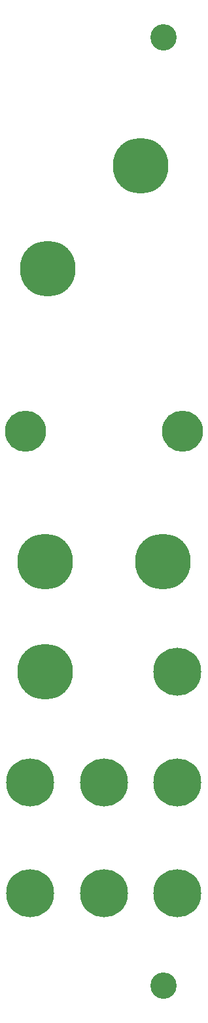
<source format=gts>
G04 EAGLE Gerber RS-274X export*
G75*
%MOMM*%
%FSLAX34Y34*%
%LPD*%
%INSoldermask Top*%
%IPPOS*%
%AMOC8*
5,1,8,0,0,1.08239X$1,22.5*%
G01*
%ADD10C,7.203200*%
%ADD11C,5.303200*%
%ADD12C,6.203200*%
%ADD13C,3.403200*%


D10*
X-104775Y1089025D03*
X-225425Y955675D03*
D11*
X-50800Y746125D03*
X-254000Y746125D03*
D10*
X-76200Y577850D03*
X-228600Y577850D03*
D12*
X-57150Y434975D03*
D10*
X-228600Y434975D03*
D12*
X-152400Y292100D03*
X-57150Y292100D03*
X-247650Y292100D03*
X-57150Y149225D03*
X-152400Y149225D03*
X-247650Y149225D03*
D13*
X-75000Y1255000D03*
X-75000Y30000D03*
M02*

</source>
